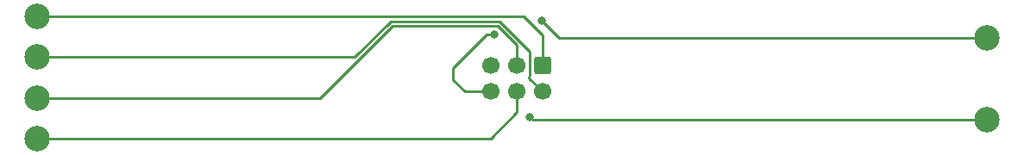
<source format=gbr>
%TF.GenerationSoftware,KiCad,Pcbnew,(6.0.9-0)*%
%TF.CreationDate,2023-10-23T19:08:13-03:00*%
%TF.ProjectId,MotorizedFaderPCB_1,4d6f746f-7269-47a6-9564-466164657250,rev?*%
%TF.SameCoordinates,Original*%
%TF.FileFunction,Copper,L1,Top*%
%TF.FilePolarity,Positive*%
%FSLAX46Y46*%
G04 Gerber Fmt 4.6, Leading zero omitted, Abs format (unit mm)*
G04 Created by KiCad (PCBNEW (6.0.9-0)) date 2023-10-23 19:08:13*
%MOMM*%
%LPD*%
G01*
G04 APERTURE LIST*
G04 Aperture macros list*
%AMRoundRect*
0 Rectangle with rounded corners*
0 $1 Rounding radius*
0 $2 $3 $4 $5 $6 $7 $8 $9 X,Y pos of 4 corners*
0 Add a 4 corners polygon primitive as box body*
4,1,4,$2,$3,$4,$5,$6,$7,$8,$9,$2,$3,0*
0 Add four circle primitives for the rounded corners*
1,1,$1+$1,$2,$3*
1,1,$1+$1,$4,$5*
1,1,$1+$1,$6,$7*
1,1,$1+$1,$8,$9*
0 Add four rect primitives between the rounded corners*
20,1,$1+$1,$2,$3,$4,$5,0*
20,1,$1+$1,$4,$5,$6,$7,0*
20,1,$1+$1,$6,$7,$8,$9,0*
20,1,$1+$1,$8,$9,$2,$3,0*%
G04 Aperture macros list end*
%TA.AperFunction,ComponentPad*%
%ADD10RoundRect,0.250000X-0.600000X0.600000X-0.600000X-0.600000X0.600000X-0.600000X0.600000X0.600000X0*%
%TD*%
%TA.AperFunction,ComponentPad*%
%ADD11C,1.700000*%
%TD*%
%TA.AperFunction,ComponentPad*%
%ADD12C,2.500000*%
%TD*%
%TA.AperFunction,ViaPad*%
%ADD13C,0.800000*%
%TD*%
%TA.AperFunction,Conductor*%
%ADD14C,0.250000*%
%TD*%
G04 APERTURE END LIST*
D10*
%TO.P,IDC_Conn,1,Pin_1*%
%TO.N,Net-(J1-Pad1)*%
X188735000Y-82137500D03*
D11*
%TO.P,IDC_Conn,2,Pin_2*%
%TO.N,Net-(J1-Pad2)*%
X188735000Y-84677500D03*
%TO.P,IDC_Conn,3,Pin_3*%
%TO.N,Net-(J1-Pad3)*%
X186195000Y-82137500D03*
%TO.P,IDC_Conn,4,Pin_4*%
%TO.N,Net-(J1-Pad4)*%
X186195000Y-84677500D03*
%TO.P,IDC_Conn,5,Pin_5*%
%TO.N,Net-(J1-Pad5)*%
X183655000Y-82137500D03*
%TO.P,IDC_Conn,6,Pin_6*%
%TO.N,Net-(J1-Pad6)*%
X183655000Y-84677500D03*
%TD*%
D12*
%TO.P,U1,6,dc_2*%
%TO.N,Net-(J1-Pad6)*%
X232300000Y-79415000D03*
%TO.P,U1,5,dc_1*%
%TO.N,Net-(J1-Pad5)*%
X232300000Y-87415000D03*
%TO.P,U1,4,touch*%
%TO.N,Net-(J1-Pad2)*%
X139100000Y-81290000D03*
%TO.P,U1,3,vcc*%
%TO.N,Net-(J1-Pad3)*%
X139100000Y-85290000D03*
%TO.P,U1,2,wiper*%
%TO.N,Net-(J1-Pad4)*%
X139100000Y-89290000D03*
%TO.P,U1,1,gnd*%
%TO.N,Net-(J1-Pad1)*%
X139100000Y-77290000D03*
%TD*%
D13*
%TO.N,Net-(J1-Pad5)*%
X187480000Y-87150000D03*
%TO.N,Net-(J1-Pad6)*%
X183930000Y-79070000D03*
X188590000Y-77700000D03*
%TD*%
D14*
%TO.N,Net-(J1-Pad5)*%
X232300000Y-87415000D02*
X187745000Y-87415000D01*
X187745000Y-87415000D02*
X187480000Y-87150000D01*
%TO.N,Net-(J1-Pad6)*%
X179940000Y-83510000D02*
X181107500Y-84677500D01*
X181107500Y-84677500D02*
X183655000Y-84677500D01*
X183930000Y-79070000D02*
X183220000Y-79070000D01*
X183220000Y-79070000D02*
X179940000Y-82350000D01*
X179940000Y-82350000D02*
X179940000Y-83510000D01*
X190305000Y-79415000D02*
X188590000Y-77700000D01*
X232300000Y-79415000D02*
X190305000Y-79415000D01*
%TO.N,Net-(J1-Pad4)*%
X139100000Y-89290000D02*
X183610000Y-89290000D01*
X183610000Y-89290000D02*
X186195000Y-86705000D01*
X186195000Y-86705000D02*
X186195000Y-84677500D01*
%TO.N,Net-(J1-Pad3)*%
X139100000Y-85290000D02*
X166866396Y-85290000D01*
X166866396Y-85290000D02*
X173966396Y-78190000D01*
X173966396Y-78190000D02*
X184283604Y-78190000D01*
X186195000Y-80101396D02*
X186195000Y-82137500D01*
X184283604Y-78190000D02*
X186195000Y-80101396D01*
%TO.N,Net-(J1-Pad2)*%
X139100000Y-81290000D02*
X170230000Y-81290000D01*
X187390000Y-83200000D02*
X187390000Y-83332500D01*
X170230000Y-81290000D02*
X173780000Y-77740000D01*
X173780000Y-77740000D02*
X184470000Y-77740000D01*
X184470000Y-77740000D02*
X187440000Y-80710000D01*
X187440000Y-80710000D02*
X187440000Y-83150000D01*
X187440000Y-83150000D02*
X187390000Y-83200000D01*
X187390000Y-83332500D02*
X188735000Y-84677500D01*
%TO.N,Net-(J1-Pad1)*%
X139100000Y-77290000D02*
X186850000Y-77290000D01*
X186850000Y-77290000D02*
X188735000Y-79175000D01*
X188735000Y-79175000D02*
X188735000Y-82137500D01*
%TD*%
M02*

</source>
